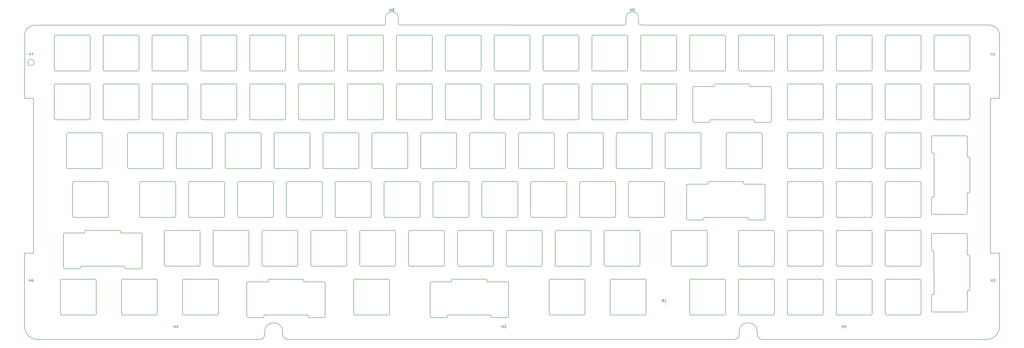
<source format=gbr>
G04 #@! TF.GenerationSoftware,KiCad,Pcbnew,(5.1.4)-1*
G04 #@! TF.CreationDate,2020-08-05T22:19:24-07:00*
G04 #@! TF.ProjectId,Plate,506c6174-652e-46b6-9963-61645f706362,rev?*
G04 #@! TF.SameCoordinates,Original*
G04 #@! TF.FileFunction,Legend,Top*
G04 #@! TF.FilePolarity,Positive*
%FSLAX46Y46*%
G04 Gerber Fmt 4.6, Leading zero omitted, Abs format (unit mm)*
G04 Created by KiCad (PCBNEW (5.1.4)-1) date 2020-08-05 22:19:24*
%MOMM*%
%LPD*%
G04 APERTURE LIST*
%ADD10C,0.200000*%
%ADD11C,0.120000*%
%ADD12C,0.150000*%
G04 APERTURE END LIST*
D10*
X256500000Y-62450000D02*
X256490223Y-60500010D01*
X256500000Y-62450000D02*
G75*
G02X255700000Y-63250000I-800000J0D01*
G01*
X162000000Y-63250000D02*
X26162000Y-63246000D01*
X162790259Y-60499847D02*
X162800000Y-62450000D01*
X162800000Y-62450000D02*
G75*
G02X162000000Y-63250000I-800000J0D01*
G01*
X167799999Y-60499999D02*
X167800000Y-62400000D01*
X255700000Y-63250000D02*
X168600000Y-63200000D01*
X168600000Y-63200000D02*
G75*
G02X167800000Y-62400000I0J800000D01*
G01*
X262300000Y-63200000D02*
X265429999Y-63218122D01*
X261499999Y-60499999D02*
X261500000Y-62400000D01*
X262300000Y-63200000D02*
G75*
G02X261500000Y-62400000I0J800000D01*
G01*
X256490223Y-60500010D02*
G75*
G02X261499999Y-60499999I2504888J2189D01*
G01*
X162790259Y-60499847D02*
G75*
G02X167799999Y-60499999I2504870J2026D01*
G01*
X402095110Y-91751363D02*
X402100000Y-67200000D01*
X398100000Y-63200000D02*
X265429999Y-63218122D01*
X398100000Y-63200000D02*
G75*
G02X402100000Y-67200000I0J-4000000D01*
G01*
X22162000Y-67246000D02*
X22145123Y-91753523D01*
X22162000Y-67246000D02*
G75*
G02X26162000Y-63246000I4000000J0D01*
G01*
X351970123Y-119222812D02*
X338970117Y-119222760D01*
X66220123Y-81122812D02*
X53220077Y-81122830D01*
X148470077Y-81122830D02*
X161470123Y-81122812D01*
X167520123Y-67122812D02*
X180520142Y-67122803D01*
X47670123Y-86672812D02*
X47670117Y-99672846D01*
X114345123Y-105722812D02*
X114345117Y-118722822D01*
X272295129Y-119222772D02*
X285295123Y-119222812D01*
X119895104Y-119222809D02*
X132895123Y-119222812D01*
X296107629Y-119222772D02*
X309107623Y-119222812D01*
X338970128Y-138272809D02*
X351970123Y-138272812D01*
X358020117Y-138272858D02*
X371020123Y-138272812D01*
X371520102Y-137772843D02*
G75*
G02X371020123Y-138272812I-499974J5D01*
G01*
X115713911Y-182897788D02*
G75*
G02X122713873Y-182897812I3499981J-12D01*
G01*
X115713869Y-182897810D02*
X115713869Y-183897812D01*
X122713876Y-182897810D02*
X122713876Y-183897812D01*
X115713874Y-183897821D02*
G75*
G02X113713873Y-185897812I-1999996J5D01*
G01*
X124713871Y-185897818D02*
G75*
G02X122713873Y-183897812I4J2000002D01*
G01*
X300670111Y-183897840D02*
G75*
G02X298670123Y-185897812I-1999980J8D01*
G01*
X300670115Y-182897810D02*
X300670115Y-183897812D01*
X300670135Y-182897788D02*
G75*
G02X307670123Y-182897812I3499994J-12D01*
G01*
X309670108Y-185897837D02*
G75*
G02X307670123Y-183897812I20J2000005D01*
G01*
X307670114Y-182897810D02*
X307670114Y-183897812D01*
X402095115Y-180897786D02*
G75*
G02X397095123Y-185897812I-5000009J-17D01*
G01*
X27145137Y-185897808D02*
G75*
G02X22145123Y-180897812I-9J5000005D01*
G01*
X124713871Y-185897818D02*
X298670123Y-185897812D01*
X397095123Y-185897812D02*
X309670108Y-185897837D01*
X27145137Y-185897808D02*
X113713873Y-185897812D01*
X352470114Y-137772795D02*
G75*
G02X351970123Y-138272812I-500004J-13D01*
G01*
X285795175Y-118721946D02*
G75*
G02X285295123Y-119222812I-500022J-843D01*
G01*
X163851380Y-162372821D02*
G75*
G02X164351373Y-162872812I1J-499992D01*
G01*
X108700876Y-163872812D02*
X108700876Y-176872809D01*
X150351373Y-162872810D02*
X150351373Y-175872814D01*
X150351364Y-162872805D02*
G75*
G02X150851373Y-162372812I500001J-8D01*
G01*
X115450882Y-176872825D02*
G75*
G02X114950873Y-177372812I-499998J11D01*
G01*
X133076873Y-177372786D02*
G75*
G02X132576873Y-176872812I-13J499987D01*
G01*
X139326875Y-176872809D02*
X139326875Y-163872812D01*
X117513870Y-176372815D02*
X130513874Y-176372815D01*
X109200870Y-177372810D02*
X114950870Y-177372810D01*
X138826875Y-163372816D02*
G75*
G02X139326873Y-163872812I1J-499997D01*
G01*
X164351371Y-175872814D02*
X164351371Y-162872810D01*
X109200866Y-177372809D02*
G75*
G02X108700873Y-176872812I2J499995D01*
G01*
X114950870Y-163372811D02*
X109200870Y-163372811D01*
X108700882Y-163872793D02*
G75*
G02X109200873Y-163372812I499986J-5D01*
G01*
X133076874Y-177372810D02*
X138826874Y-177372810D01*
X163851378Y-162372809D02*
X150851374Y-162372809D01*
X138826874Y-163372811D02*
X133076874Y-163372811D01*
X139326889Y-176872802D02*
G75*
G02X138826873Y-177372812I-500013J3D01*
G01*
X164351394Y-175872807D02*
G75*
G02X163851373Y-176372812I-500013J8D01*
G01*
X130513886Y-162372827D02*
G75*
G02X131013873Y-162872812I1J-499986D01*
G01*
X130513874Y-162372809D02*
X117513870Y-162372809D01*
X117013870Y-162872811D02*
G75*
G02X117513873Y-162372812I500001J-2D01*
G01*
X84176360Y-176372803D02*
G75*
G02X83676373Y-175872812I2J499989D01*
G01*
X59076374Y-143322814D02*
X46076373Y-143322814D01*
X45576366Y-143822801D02*
G75*
G02X46076373Y-143322812I499998J-9D01*
G01*
X77032623Y-157322813D02*
X90032623Y-157322813D01*
X61639373Y-158322815D02*
X67389374Y-158322815D01*
X95582614Y-143822799D02*
G75*
G02X96082623Y-143322812I499998J-11D01*
G01*
X61639353Y-158322820D02*
G75*
G02X61139373Y-157822812I14J499994D01*
G01*
X67389385Y-144322820D02*
G75*
G02X67889373Y-144822812I-2J-499990D01*
G01*
X357520163Y-124772812D02*
G75*
G02X358020123Y-124272812I499980J20D01*
G01*
X37263370Y-144822805D02*
G75*
G02X37763373Y-144322812I499998J-5D01*
G01*
X59076382Y-143322817D02*
G75*
G02X59576373Y-143822812I-2J-499993D01*
G01*
X37763373Y-158322815D02*
X43513373Y-158322815D01*
X95582624Y-143822815D02*
X95582624Y-156822812D01*
X371520129Y-137772810D02*
X371520129Y-124772813D01*
X351970134Y-124272812D02*
X338970122Y-124272812D01*
X90532624Y-156822812D02*
X90532624Y-143822815D01*
X338470129Y-124772813D02*
X338470129Y-137772810D01*
X76532619Y-143822804D02*
G75*
G02X77032623Y-143322812I499998J-6D01*
G01*
X67889369Y-157822836D02*
G75*
G02X67389373Y-158322812I-499986J10D01*
G01*
X37263373Y-144822810D02*
X37263373Y-157822814D01*
X43513373Y-144322809D02*
X37763373Y-144322809D01*
X76532622Y-143822815D02*
X76532622Y-156822812D01*
X358020117Y-138272858D02*
G75*
G02X357520123Y-137772812I26J500020D01*
G01*
X90032635Y-143322820D02*
G75*
G02X90532623Y-143822812I-2J-499990D01*
G01*
X371020148Y-124272797D02*
G75*
G02X371520123Y-124772812I-20J-499995D01*
G01*
X338970128Y-138272809D02*
G75*
G02X338470123Y-137772812I-4J500001D01*
G01*
X67389374Y-144322809D02*
X61639373Y-144322809D01*
X319920141Y-138272822D02*
G75*
G02X319420123Y-137772812I-4J500014D01*
G01*
X90532619Y-156822836D02*
G75*
G02X90032623Y-157322812I-499986J10D01*
G01*
X67889375Y-157822814D02*
X67889375Y-144822810D01*
X37763354Y-158322821D02*
G75*
G02X37263373Y-157822812I14J499995D01*
G01*
X352470127Y-137772810D02*
X352470127Y-124772813D01*
X357520131Y-124772813D02*
X357520131Y-137772810D01*
X77032603Y-157322820D02*
G75*
G02X76532623Y-156822812I14J499994D01*
G01*
X338470114Y-124772823D02*
G75*
G02X338970123Y-124272812I500010J1D01*
G01*
X351970100Y-124272809D02*
G75*
G02X352470123Y-124772812I10J-500013D01*
G01*
X319920120Y-138272811D02*
X332920132Y-138272811D01*
X371020136Y-124272812D02*
X358020124Y-124272812D01*
X333420126Y-137772807D02*
G75*
G02X332920123Y-138272812I-500004J-1D01*
G01*
X109082622Y-143322814D02*
X96082625Y-143322814D01*
X90032623Y-143322814D02*
X77032623Y-143322814D01*
X44013370Y-157822837D02*
G75*
G02X43513373Y-158322812I-499986J11D01*
G01*
X46076373Y-157322813D02*
X59076374Y-157322813D01*
X252745127Y-105722738D02*
G75*
G02X253245123Y-105222812I499961J-35D01*
G01*
X266245173Y-105222784D02*
G75*
G02X266745123Y-105722812I-39J-499989D01*
G01*
X247695139Y-118722844D02*
G75*
G02X247195123Y-119222812I-499992J24D01*
G01*
X233695139Y-105722750D02*
G75*
G02X234195123Y-105222812I499961J-23D01*
G01*
X228645151Y-118722856D02*
G75*
G02X228145123Y-119222812I-499992J36D01*
G01*
X209095164Y-105222775D02*
G75*
G02X209595123Y-105722812I-39J-499998D01*
G01*
X190545124Y-118722811D02*
X190545124Y-105722811D01*
X253245080Y-119222785D02*
G75*
G02X252745123Y-118722812I8J499965D01*
G01*
X247695116Y-118722811D02*
X247695116Y-105722811D01*
X295607614Y-105722787D02*
G75*
G02X296107623Y-105222812I499992J-17D01*
G01*
X266245124Y-105222810D02*
X253245128Y-105222810D01*
X247195186Y-105222797D02*
G75*
G02X247695123Y-105722812I-39J-499976D01*
G01*
X247195122Y-105222810D02*
X234195126Y-105222810D01*
X309107661Y-105222834D02*
G75*
G02X309607623Y-105722812I-8J-499970D01*
G01*
X215145123Y-119222812D02*
X228145120Y-119222812D01*
X295607624Y-105722811D02*
X295607624Y-118722811D01*
X309607675Y-118721946D02*
G75*
G02X309107623Y-119222812I-500022J-843D01*
G01*
X252745119Y-105722811D02*
X252745119Y-118722811D01*
X228145198Y-105222809D02*
G75*
G02X228645123Y-105722812I-39J-499964D01*
G01*
X209595126Y-118722811D02*
X209595126Y-105722811D01*
X272295129Y-119222772D02*
G75*
G02X271795123Y-118722812I-23J499983D01*
G01*
X285295161Y-105222834D02*
G75*
G02X285795123Y-105722812I-8J-499970D01*
G01*
X234195092Y-119222797D02*
G75*
G02X233695123Y-118722812I8J499977D01*
G01*
X215145104Y-119222809D02*
G75*
G02X214645123Y-118722812I8J499989D01*
G01*
X196095121Y-119222812D02*
X209095118Y-119222812D01*
X271795114Y-105722787D02*
G75*
G02X272295123Y-105222812I499992J-17D01*
G01*
X214645130Y-105722811D02*
X214645130Y-118722811D01*
X209095118Y-105222810D02*
X196095121Y-105222810D01*
X233695117Y-105722811D02*
X233695117Y-118722811D01*
X285295126Y-105222810D02*
X272295130Y-105222810D01*
X177045113Y-119222818D02*
G75*
G02X176545123Y-118722812I8J499998D01*
G01*
X209595117Y-118722822D02*
G75*
G02X209095123Y-119222812I-499992J2D01*
G01*
X309607622Y-118722811D02*
X309607622Y-105722811D01*
X266745118Y-118722811D02*
X266745118Y-105722811D01*
X214645151Y-105722762D02*
G75*
G02X215145123Y-105222812I499961J-11D01*
G01*
X271795121Y-105722811D02*
X271795121Y-118722811D01*
X196095101Y-119222806D02*
G75*
G02X195595123Y-118722812I8J499986D01*
G01*
X228645128Y-118722811D02*
X228645128Y-105722811D01*
X195595148Y-105722759D02*
G75*
G02X196095123Y-105222812I499961J-14D01*
G01*
X195595128Y-105722811D02*
X195595128Y-118722811D01*
X177045119Y-119222812D02*
X190045116Y-119222812D01*
X190545129Y-118722834D02*
G75*
G02X190045123Y-119222812I-499992J14D01*
G01*
X190045176Y-105222787D02*
G75*
G02X190545123Y-105722812I-39J-499986D01*
G01*
X190045116Y-105222810D02*
X177045119Y-105222810D01*
X176545160Y-105722771D02*
G75*
G02X177045123Y-105222812I499961J-2D01*
G01*
X176545126Y-105722811D02*
X176545126Y-118722811D01*
X157995110Y-119222815D02*
G75*
G02X157495123Y-118722812I8J499995D01*
G01*
X296107629Y-119222772D02*
G75*
G02X295607623Y-118722812I-23J499983D01*
G01*
X285795120Y-118722811D02*
X285795120Y-105722811D01*
X157995117Y-119222812D02*
X170995129Y-119222812D01*
X266745126Y-118722831D02*
G75*
G02X266245123Y-119222812I-499992J11D01*
G01*
X171495126Y-118722831D02*
G75*
G02X170995123Y-119222812I-499992J11D01*
G01*
X228145120Y-105222810D02*
X215145123Y-105222810D01*
X309107629Y-105222810D02*
X296107617Y-105222810D01*
X234195126Y-119222812D02*
X247195122Y-119222812D01*
X253245128Y-119222812D02*
X266245124Y-119222812D01*
X38932603Y-119222808D02*
G75*
G02X38432623Y-118722812I8J499988D01*
G01*
X38932623Y-119222812D02*
X51932623Y-119222812D01*
X52432634Y-118722839D02*
G75*
G02X51932623Y-119222812I-499992J19D01*
G01*
X138445122Y-105722811D02*
X138445122Y-118722811D01*
X113845164Y-105222775D02*
G75*
G02X114345123Y-105722812I-39J-499998D01*
G01*
X113845122Y-105222810D02*
X100845126Y-105222810D01*
X81795124Y-119222812D02*
X94795120Y-119222812D01*
X152445123Y-118722828D02*
G75*
G02X151945123Y-119222812I-499992J8D01*
G01*
X170995173Y-105222784D02*
G75*
G02X171495123Y-105722812I-39J-499989D01*
G01*
X157495157Y-105722768D02*
G75*
G02X157995123Y-105222812I499961J-5D01*
G01*
X151945127Y-105222810D02*
X138945123Y-105222810D01*
X152445120Y-118722811D02*
X152445120Y-105722811D01*
X114345117Y-118722822D02*
G75*
G02X113845123Y-119222812I-499992J2D01*
G01*
X151945170Y-105222781D02*
G75*
G02X152445123Y-105722812I-39J-499992D01*
G01*
X100345148Y-105722759D02*
G75*
G02X100845123Y-105222812I499961J-14D01*
G01*
X100345125Y-105722811D02*
X100345125Y-118722811D01*
X94795176Y-105222787D02*
G75*
G02X95295123Y-105722812I-39J-499986D01*
G01*
X62745122Y-119222812D02*
X75745122Y-119222812D01*
X75745181Y-105222792D02*
G75*
G02X76245123Y-105722812I-39J-499981D01*
G01*
X133395120Y-118722825D02*
G75*
G02X132895123Y-119222812I-499992J5D01*
G01*
X75745122Y-105222810D02*
X62745122Y-105222810D01*
X138945123Y-119222812D02*
X151945127Y-119222812D01*
X170995129Y-105222810D02*
X157995117Y-105222810D01*
X132895124Y-105222810D02*
X119895120Y-105222810D01*
X95295129Y-118722834D02*
G75*
G02X94795123Y-119222812I-499992J14D01*
G01*
X62245122Y-105722811D02*
X62245122Y-118722811D01*
X62245150Y-105722761D02*
G75*
G02X62745123Y-105222812I499961J-12D01*
G01*
X171495122Y-118722811D02*
X171495122Y-105722811D01*
X157495124Y-105722811D02*
X157495124Y-118722811D01*
X95295121Y-118722811D02*
X95295121Y-105722811D01*
X132895167Y-105222778D02*
G75*
G02X133395123Y-105722812I-39J-499995D01*
G01*
X76245134Y-118722839D02*
G75*
G02X75745123Y-119222812I-499992J19D01*
G01*
X81295123Y-105722811D02*
X81295123Y-118722811D01*
X138945107Y-119222812D02*
G75*
G02X138445123Y-118722812I8J499992D01*
G01*
X100845101Y-119222806D02*
G75*
G02X100345123Y-118722812I8J499986D01*
G01*
X119895104Y-119222809D02*
G75*
G02X119395123Y-118722812I8J499989D01*
G01*
X81795098Y-119222803D02*
G75*
G02X81295123Y-118722812I8J499983D01*
G01*
X94795120Y-105222810D02*
X81795124Y-105222810D01*
X62745103Y-119222808D02*
G75*
G02X62245123Y-118722812I8J499988D01*
G01*
X76245123Y-118722811D02*
X76245123Y-105722811D01*
X133395125Y-118722811D02*
X133395125Y-105722811D01*
X119395119Y-105722811D02*
X119395119Y-118722811D01*
X119395151Y-105722762D02*
G75*
G02X119895123Y-105222812I499961J-11D01*
G01*
X100845126Y-119222812D02*
X113845122Y-119222812D01*
X138445154Y-105722765D02*
G75*
G02X138945123Y-105222812I499961J-8D01*
G01*
X81295145Y-105722756D02*
G75*
G02X81795123Y-105222812I499961J-17D01*
G01*
X282532123Y-87672811D02*
X282532123Y-100672811D01*
X338970104Y-100172773D02*
G75*
G02X338470123Y-99672812I-10J499971D01*
G01*
X38432623Y-105722811D02*
X38432623Y-118722811D01*
X38432650Y-105722761D02*
G75*
G02X38932623Y-105222812I499961J-12D01*
G01*
X288782117Y-87172812D02*
X283032117Y-87172812D01*
X313158122Y-100672811D02*
X313158122Y-87672811D01*
X304345136Y-86172833D02*
G75*
G02X304845123Y-86672812I4J-499983D01*
G01*
X262770129Y-100172810D02*
X275770125Y-100172810D01*
X377070080Y-100172809D02*
G75*
G02X376570123Y-99672812I20J499977D01*
G01*
X319420127Y-86672811D02*
X319420127Y-99672813D01*
X351970134Y-86172812D02*
X338970122Y-86172812D01*
X376570126Y-86672763D02*
G75*
G02X377070123Y-86172812I499974J-23D01*
G01*
X371020136Y-86172812D02*
X358020124Y-86172812D01*
X357520138Y-86672775D02*
G75*
G02X358020123Y-86172812I499974J-11D01*
G01*
X282532102Y-87672799D02*
G75*
G02X283032123Y-87172812I500004J-17D01*
G01*
X312658185Y-87172822D02*
G75*
G02X313158123Y-87672812I-26J-499964D01*
G01*
X352470127Y-99672813D02*
X352470127Y-86672811D01*
X390070138Y-86172812D02*
X377070126Y-86172812D01*
X338470090Y-86672787D02*
G75*
G02X338970123Y-86172812I500004J-29D01*
G01*
X338970122Y-100172810D02*
X351970134Y-100172810D01*
X319920116Y-100172785D02*
G75*
G02X319420123Y-99672812I-10J499983D01*
G01*
X390070173Y-86172810D02*
G75*
G02X390570123Y-86672812I-26J-499976D01*
G01*
X377070126Y-100172810D02*
X390070138Y-100172810D01*
X390570127Y-99672856D02*
G75*
G02X390070123Y-100172812I-499980J24D01*
G01*
X371520139Y-99672868D02*
G75*
G02X371020123Y-100172812I-499980J36D01*
G01*
X319920120Y-100172810D02*
X332920132Y-100172810D01*
X338470129Y-86672811D02*
X338470129Y-99672813D01*
X333420125Y-99672813D02*
X333420125Y-86672811D01*
X306908093Y-101172822D02*
G75*
G02X306408123Y-100672812I20J499990D01*
G01*
X306908128Y-101172812D02*
X312658129Y-101172812D01*
X312658129Y-87172812D02*
X306908128Y-87172812D01*
X332920132Y-86172812D02*
X319920120Y-86172812D01*
X291345117Y-100172810D02*
X304345128Y-100172810D01*
X290845090Y-86672787D02*
G75*
G02X291345123Y-86172812I500004J-29D01*
G01*
X358020092Y-100172821D02*
G75*
G02X357520123Y-99672812I20J499989D01*
G01*
X376570133Y-86672811D02*
X376570133Y-99672813D01*
X51932623Y-105222810D02*
X38932623Y-105222810D01*
X52432624Y-118722811D02*
X52432624Y-105722811D01*
X51932681Y-105222792D02*
G75*
G02X52432623Y-105722812I-39J-499981D01*
G01*
X371520129Y-99672813D02*
X371520129Y-86672811D01*
X390570131Y-99672813D02*
X390570131Y-86672811D01*
X358020124Y-100172810D02*
X371020136Y-100172810D01*
X371020185Y-86172822D02*
G75*
G02X371520123Y-86672812I-26J-499964D01*
G01*
X352470150Y-99672819D02*
G75*
G02X351970123Y-100172812I-500010J17D01*
G01*
X332920149Y-86172846D02*
G75*
G02X333420123Y-86672812I4J-499970D01*
G01*
X319420102Y-86672799D02*
G75*
G02X319920123Y-86172812I500004J-17D01*
G01*
X289282162Y-100672831D02*
G75*
G02X288782123Y-101172812I-500010J29D01*
G01*
X304345128Y-86172812D02*
X291345117Y-86172812D01*
X262770092Y-100172821D02*
G75*
G02X262270123Y-99672812I20J499989D01*
G01*
X276270139Y-99672868D02*
G75*
G02X275770123Y-100172812I-499980J36D01*
G01*
X276270119Y-99672813D02*
X276270119Y-86672811D01*
X275770185Y-86172822D02*
G75*
G02X276270123Y-86672812I-26J-499964D01*
G01*
X275770125Y-86172812D02*
X262770129Y-86172812D01*
X262270138Y-86672775D02*
G75*
G02X262770123Y-86172812I499974J-11D01*
G01*
X262270120Y-86672811D02*
X262270120Y-99672813D01*
X357520131Y-86672811D02*
X357520131Y-99672813D01*
X333420163Y-99672832D02*
G75*
G02X332920123Y-100172812I-500010J30D01*
G01*
X243720127Y-100172810D02*
X256720123Y-100172810D01*
X283032117Y-101172812D02*
X288782117Y-101172812D01*
X243720104Y-100172773D02*
G75*
G02X243220123Y-99672812I-10J499971D01*
G01*
X257220150Y-99672819D02*
G75*
G02X256720123Y-100172812I-500010J17D01*
G01*
X351970136Y-86172833D02*
G75*
G02X352470123Y-86672812I4J-499983D01*
G01*
X313158139Y-100672868D02*
G75*
G02X312658123Y-101172812I-499980J36D01*
G01*
X283032116Y-101172785D02*
G75*
G02X282532123Y-100672812I-10J499983D01*
G01*
X205620122Y-100172810D02*
X218620119Y-100172810D01*
X257220117Y-99672813D02*
X257220117Y-86672811D01*
X186070127Y-86672811D02*
X186070127Y-99672813D01*
X181020108Y-99672837D02*
G75*
G02X180520123Y-100172812I-499980J5D01*
G01*
X199570117Y-86172812D02*
X186570120Y-86172812D01*
X238170163Y-99672832D02*
G75*
G02X237670123Y-100172812I-500010J30D01*
G01*
X147970135Y-86672772D02*
G75*
G02X148470123Y-86172812I499974J-14D01*
G01*
X205120144Y-86672781D02*
G75*
G02X205620123Y-86172812I499974J-5D01*
G01*
X167020138Y-86672775D02*
G75*
G02X167520123Y-86172812I499974J-11D01*
G01*
X243220118Y-86672811D02*
X243220118Y-99672813D01*
X218620130Y-86172827D02*
G75*
G02X219120123Y-86672812I4J-499989D01*
G01*
X205120129Y-86672811D02*
X205120129Y-99672813D01*
X142920117Y-99672846D02*
G75*
G02X142420123Y-100172812I-499980J14D01*
G01*
X180520130Y-86172812D02*
X167520118Y-86172812D01*
X219120144Y-99672813D02*
G75*
G02X218620123Y-100172812I-500010J11D01*
G01*
X218620119Y-86172812D02*
X205620122Y-86172812D01*
X199570157Y-86172794D02*
G75*
G02X200070123Y-86672812I-26J-499992D01*
G01*
X129420101Y-100172830D02*
G75*
G02X128920123Y-99672812I20J499998D01*
G01*
X142920126Y-99672813D02*
X142920126Y-86672811D01*
X224670116Y-100172785D02*
G75*
G02X224170123Y-99672812I-10J499983D01*
G01*
X186570095Y-100172824D02*
G75*
G02X186070123Y-99672812I20J499992D01*
G01*
X129420121Y-100172810D02*
X142420125Y-100172810D01*
X237670149Y-86172846D02*
G75*
G02X238170123Y-86672812I4J-499970D01*
G01*
X128920120Y-86672811D02*
X128920120Y-99672813D01*
X110370127Y-100172810D02*
X123370123Y-100172810D01*
X224170116Y-86672811D02*
X224170116Y-99672813D01*
X123870114Y-99672843D02*
G75*
G02X123370123Y-100172812I-499980J11D01*
G01*
X161470151Y-86172788D02*
G75*
G02X161970123Y-86672812I-26J-499998D01*
G01*
X123370160Y-86172797D02*
G75*
G02X123870123Y-86672812I-26J-499989D01*
G01*
X256720136Y-86172833D02*
G75*
G02X257220123Y-86672812I4J-499983D01*
G01*
X128920147Y-86672784D02*
G75*
G02X129420123Y-86172812I499974J-2D01*
G01*
X205620098Y-100172827D02*
G75*
G02X205120123Y-99672812I20J499995D01*
G01*
X167520118Y-100172810D02*
X180520130Y-100172810D01*
X237670121Y-86172812D02*
X224670125Y-86172812D01*
X200070125Y-99672813D02*
X200070125Y-86672811D01*
X161470128Y-86172812D02*
X148470124Y-86172812D01*
X142420163Y-86172800D02*
G75*
G02X142920123Y-86672812I-26J-499986D01*
G01*
X200070111Y-99672840D02*
G75*
G02X199570123Y-100172812I-499980J8D01*
G01*
X110370098Y-100172827D02*
G75*
G02X109870123Y-99672812I20J499995D01*
G01*
X123870124Y-99672813D02*
X123870124Y-86672811D01*
X123370123Y-86172812D02*
X110370127Y-86172812D01*
X238170130Y-99672813D02*
X238170130Y-86672811D01*
X186070141Y-86672778D02*
G75*
G02X186570123Y-86172812I499974J-8D01*
G01*
X161970105Y-99672834D02*
G75*
G02X161470123Y-100172812I-499980J2D01*
G01*
X142420125Y-86172812D02*
X129420121Y-86172812D01*
X109870144Y-86672781D02*
G75*
G02X110370123Y-86172812I499974J-5D01*
G01*
X109870126Y-86672811D02*
X109870126Y-99672813D01*
X91320095Y-100172824D02*
G75*
G02X90820123Y-99672812I20J499992D01*
G01*
X91320125Y-100172810D02*
X104320121Y-100172810D01*
X224670125Y-100172810D02*
X237670121Y-100172810D01*
X104820111Y-99672840D02*
G75*
G02X104320123Y-100172812I-499980J8D01*
G01*
X104820122Y-99672813D02*
X104820122Y-86672811D01*
X256720123Y-86172812D02*
X243720127Y-86172812D01*
X186570120Y-100172810D02*
X199570117Y-100172810D01*
X180520154Y-86172791D02*
G75*
G02X181020123Y-86672812I-26J-499995D01*
G01*
X167020125Y-86672811D02*
X167020125Y-99672813D01*
X148470124Y-100172810D02*
X161470128Y-100172810D01*
X161970121Y-99672813D02*
X161970121Y-86672811D01*
X243220090Y-86672787D02*
G75*
G02X243720123Y-86172812I500004J-29D01*
G01*
X167520092Y-100172821D02*
G75*
G02X167020123Y-99672812I20J499989D01*
G01*
X224170102Y-86672799D02*
G75*
G02X224670123Y-86172812I500004J-17D01*
G01*
X148470089Y-100172818D02*
G75*
G02X147970123Y-99672812I20J499986D01*
G01*
X181020123Y-99672813D02*
X181020123Y-86672811D01*
X219120127Y-99672813D02*
X219120127Y-86672811D01*
X85270162Y-86172799D02*
G75*
G02X85770123Y-86672812I-26J-499987D01*
G01*
X357520126Y-67622787D02*
G75*
G02X358020123Y-67122812I499986J-11D01*
G01*
X52720135Y-86672772D02*
G75*
G02X53220123Y-86172812I499974J-14D01*
G01*
X390070161Y-67122822D02*
G75*
G02X390570123Y-67622812I-14J-499976D01*
G01*
X71770122Y-86672811D02*
X71770122Y-99672813D01*
X333420125Y-80622811D02*
X333420125Y-67622812D01*
X104320157Y-86172794D02*
G75*
G02X104820123Y-86672812I-26J-499992D01*
G01*
X71770131Y-86672768D02*
G75*
G02X72270123Y-86172812I499974J-18D01*
G01*
X376570133Y-67622812D02*
X376570133Y-80622811D01*
X352470127Y-80622811D02*
X352470127Y-67622812D01*
X66720120Y-99672849D02*
G75*
G02X66220123Y-100172812I-499980J17D01*
G01*
X319920120Y-81122812D02*
X332920132Y-81122812D01*
X34170086Y-100172815D02*
G75*
G02X33670123Y-99672812I20J499983D01*
G01*
X390570115Y-80622868D02*
G75*
G02X390070123Y-81122812I-499968J24D01*
G01*
X47170163Y-86172800D02*
G75*
G02X47670123Y-86672812I-26J-499986D01*
G01*
X377070068Y-81122821D02*
G75*
G02X376570123Y-80622812I32J499977D01*
G01*
X351970134Y-67122812D02*
X338970122Y-67122812D01*
X338470078Y-67622799D02*
G75*
G02X338970123Y-67122812I500016J-29D01*
G01*
X371520129Y-80622811D02*
X371520129Y-67622812D01*
X72270085Y-100172814D02*
G75*
G02X71770123Y-99672812I20J499982D01*
G01*
X319420090Y-67622811D02*
G75*
G02X319920123Y-67122812I500016J-17D01*
G01*
X90820124Y-86672811D02*
X90820124Y-99672813D01*
X53220122Y-100172810D02*
X66220125Y-100172810D01*
X358020080Y-81122833D02*
G75*
G02X357520123Y-80622812I32J499989D01*
G01*
X332920137Y-67122858D02*
G75*
G02X333420123Y-67622812I16J-499970D01*
G01*
X300870056Y-81122809D02*
G75*
G02X300370123Y-80622812I32J499965D01*
G01*
X104320121Y-86172812D02*
X91320125Y-86172812D01*
X85770124Y-99672813D02*
X85770124Y-86672811D01*
X90820141Y-86672778D02*
G75*
G02X91320123Y-86172812I499974J-8D01*
G01*
X53220089Y-100172818D02*
G75*
G02X52720123Y-99672812I20J499986D01*
G01*
X66720122Y-99672813D02*
X66720122Y-86672811D01*
X34170123Y-100172810D02*
X47170122Y-100172810D01*
X371520127Y-80622880D02*
G75*
G02X371020123Y-81122812I-499968J36D01*
G01*
X66220166Y-86172803D02*
G75*
G02X66720123Y-86672812I-26J-499983D01*
G01*
X33670132Y-86672769D02*
G75*
G02X34170123Y-86172812I499974J-17D01*
G01*
X377070126Y-81122812D02*
X390070138Y-81122812D01*
X371020173Y-67122834D02*
G75*
G02X371520123Y-67622812I-14J-499964D01*
G01*
X358020124Y-81122812D02*
X371020136Y-81122812D01*
X85270123Y-86172812D02*
X72270123Y-86172812D01*
X390570131Y-80622811D02*
X390570131Y-67622812D01*
X338970092Y-81122785D02*
G75*
G02X338470123Y-80622812I2J499971D01*
G01*
X338970122Y-81122812D02*
X351970134Y-81122812D01*
X352470138Y-80622831D02*
G75*
G02X351970123Y-81122812I-499998J17D01*
G01*
X351970124Y-67122845D02*
G75*
G02X352470123Y-67622812I16J-499983D01*
G01*
X338470129Y-67622812D02*
X338470129Y-80622811D01*
X333420151Y-80622844D02*
G75*
G02X332920123Y-81122812I-499998J30D01*
G01*
X319420127Y-67622812D02*
X319420127Y-80622811D01*
X300870118Y-81122812D02*
X313870129Y-81122812D01*
X314370102Y-80622855D02*
G75*
G02X313870123Y-81122812I-499968J11D01*
G01*
X314370123Y-80622811D02*
X314370123Y-67622812D01*
X47170122Y-86172812D02*
X34170123Y-86172812D01*
X85770116Y-99672845D02*
G75*
G02X85270123Y-100172812I-499980J13D01*
G01*
X313870148Y-67122809D02*
G75*
G02X314370123Y-67622812I-14J-499989D01*
G01*
X390070138Y-67122812D02*
X377070126Y-67122812D01*
X72270123Y-100172810D02*
X85270123Y-100172810D01*
X313870129Y-67122812D02*
X300870118Y-67122812D01*
X371020136Y-67122812D02*
X358020124Y-67122812D01*
X319920104Y-81122797D02*
G75*
G02X319420123Y-80622812I2J499983D01*
G01*
X332920132Y-67122812D02*
X319920120Y-67122812D01*
X376570114Y-67622775D02*
G75*
G02X377070123Y-67122812I499986J-23D01*
G01*
X47670117Y-99672846D02*
G75*
G02X47170123Y-100172812I-499980J14D01*
G01*
X357520131Y-67622812D02*
X357520131Y-80622811D01*
X66220125Y-86172812D02*
X53220122Y-86172812D01*
X281820068Y-81122821D02*
G75*
G02X281320123Y-80622812I32J499977D01*
G01*
X186570120Y-81122812D02*
X199570117Y-81122812D01*
X276270127Y-80622880D02*
G75*
G02X275770123Y-81122812I-499968J36D01*
G01*
X243220078Y-67622799D02*
G75*
G02X243720123Y-67122812I500016J-29D01*
G01*
X295320121Y-80622811D02*
X295320121Y-67622812D01*
X224670125Y-81122812D02*
X237670121Y-81122812D01*
X295320115Y-80622868D02*
G75*
G02X294820123Y-81122812I-499968J24D01*
G01*
X262270126Y-67622787D02*
G75*
G02X262770123Y-67122812I499986J-11D01*
G01*
X167520080Y-81122833D02*
G75*
G02X167020123Y-80622812I32J499989D01*
G01*
X186070127Y-67622812D02*
X186070127Y-80622811D01*
X281320114Y-67622775D02*
G75*
G02X281820123Y-67122812I499986J-23D01*
G01*
X167520118Y-81122812D02*
X180520130Y-81122812D01*
X276270119Y-80622811D02*
X276270119Y-67622812D01*
X256720124Y-67122845D02*
G75*
G02X257220123Y-67622812I16J-499983D01*
G01*
X262270120Y-67622812D02*
X262270120Y-80622811D01*
X257220138Y-80622831D02*
G75*
G02X256720123Y-81122812I-499998J17D01*
G01*
X180520142Y-67122803D02*
G75*
G02X181020123Y-67622812I-14J-499995D01*
G01*
X167020125Y-67622812D02*
X167020125Y-80622811D01*
X237670121Y-67122812D02*
X224670125Y-67122812D01*
X205620122Y-81122812D02*
X218620119Y-81122812D01*
X294820127Y-67122812D02*
X281820116Y-67122812D01*
X238170151Y-80622844D02*
G75*
G02X237670123Y-81122812I-499998J30D01*
G01*
X186570083Y-81122836D02*
G75*
G02X186070123Y-80622812I32J499992D01*
G01*
X161970093Y-80622846D02*
G75*
G02X161470123Y-81122812I-499968J2D01*
G01*
X200070099Y-80622852D02*
G75*
G02X199570123Y-81122812I-499968J8D01*
G01*
X294820161Y-67122822D02*
G75*
G02X295320123Y-67622812I-14J-499976D01*
G01*
X300370124Y-67622812D02*
X300370124Y-80622811D01*
X281320122Y-67622812D02*
X281320122Y-80622811D01*
X205120132Y-67622793D02*
G75*
G02X205620123Y-67122812I499986J-5D01*
G01*
X275770173Y-67122834D02*
G75*
G02X276270123Y-67622812I-14J-499964D01*
G01*
X237670137Y-67122858D02*
G75*
G02X238170123Y-67622812I16J-499970D01*
G01*
X218620118Y-67122839D02*
G75*
G02X219120123Y-67622812I16J-499989D01*
G01*
X262770080Y-81122833D02*
G75*
G02X262270123Y-80622812I32J499989D01*
G01*
X243720127Y-81122812D02*
X256720123Y-81122812D01*
X257220117Y-80622811D02*
X257220117Y-67622812D01*
X224170090Y-67622811D02*
G75*
G02X224670123Y-67122812I500016J-17D01*
G01*
X238170130Y-80622811D02*
X238170130Y-67622812D01*
X281820116Y-81122812D02*
X294820127Y-81122812D01*
X256720123Y-67122812D02*
X243720127Y-67122812D01*
X219120127Y-80622811D02*
X219120127Y-67622812D01*
X205120129Y-67622812D02*
X205120129Y-80622811D01*
X200070125Y-80622811D02*
X200070125Y-67622812D01*
X218620119Y-67122812D02*
X205620122Y-67122812D01*
X205620086Y-81122839D02*
G75*
G02X205120123Y-80622812I32J499995D01*
G01*
X199570145Y-67122806D02*
G75*
G02X200070123Y-67622812I-14J-499992D01*
G01*
X199570117Y-67122812D02*
X186570120Y-67122812D01*
X186070129Y-67622790D02*
G75*
G02X186570123Y-67122812I499986J-8D01*
G01*
X181020096Y-80622849D02*
G75*
G02X180520123Y-81122812I-499968J5D01*
G01*
X181020123Y-80622811D02*
X181020123Y-67622812D01*
X243720092Y-81122785D02*
G75*
G02X243220123Y-80622812I2J499971D01*
G01*
X300370102Y-67622763D02*
G75*
G02X300870123Y-67122812I499986J-35D01*
G01*
X167020126Y-67622787D02*
G75*
G02X167520123Y-67122812I499986J-11D01*
G01*
X243220118Y-67622812D02*
X243220118Y-80622811D01*
X148470077Y-81122830D02*
G75*
G02X147970123Y-80622812I32J499986D01*
G01*
X161970121Y-80622811D02*
X161970121Y-67622812D01*
X224170116Y-67622812D02*
X224170116Y-80622811D01*
X161470139Y-67122800D02*
G75*
G02X161970123Y-67622812I-14J-499998D01*
G01*
X161470128Y-67122812D02*
X148470124Y-67122812D01*
X224670104Y-81122797D02*
G75*
G02X224170123Y-80622812I2J499983D01*
G01*
X275770125Y-67122812D02*
X262770129Y-67122812D01*
X219120132Y-80622825D02*
G75*
G02X218620123Y-81122812I-499998J11D01*
G01*
X262770129Y-81122812D02*
X275770125Y-81122812D01*
X142420151Y-67122812D02*
G75*
G02X142920123Y-67622812I-14J-499986D01*
G01*
X128920135Y-67622796D02*
G75*
G02X129420123Y-67122812I499986J-2D01*
G01*
X91320125Y-81122812D02*
X104320121Y-81122812D01*
X104820099Y-80622852D02*
G75*
G02X104320123Y-81122812I-499968J8D01*
G01*
X90820129Y-67622790D02*
G75*
G02X91320123Y-67122812I499986J-8D01*
G01*
X147970123Y-67622812D02*
X147970123Y-80622811D01*
X142920105Y-80622858D02*
G75*
G02X142420123Y-81122812I-499968J14D01*
G01*
X104820122Y-80622811D02*
X104820122Y-67622812D01*
X72270123Y-81122812D02*
X85270123Y-81122812D01*
X129420089Y-81122842D02*
G75*
G02X128920123Y-80622812I32J499998D01*
G01*
X109870126Y-67622812D02*
X109870126Y-80622811D01*
X129420121Y-81122812D02*
X142420125Y-81122812D01*
X104320145Y-67122806D02*
G75*
G02X104820123Y-67622812I-14J-499992D01*
G01*
X71770119Y-67622780D02*
G75*
G02X72270123Y-67122812I499986J-18D01*
G01*
X66220125Y-67122812D02*
X53220122Y-67122812D01*
X34170123Y-81122812D02*
X47170122Y-81122812D01*
X128920120Y-67622812D02*
X128920120Y-80622811D01*
X66720108Y-80622861D02*
G75*
G02X66220123Y-81122812I-499968J17D01*
G01*
X147970123Y-67622784D02*
G75*
G02X148470123Y-67122812I499986J-14D01*
G01*
X123870102Y-80622855D02*
G75*
G02X123370123Y-81122812I-499968J11D01*
G01*
X66220154Y-67122815D02*
G75*
G02X66720123Y-67622812I-14J-499983D01*
G01*
X90820124Y-67622812D02*
X90820124Y-80622811D01*
X47170151Y-67122812D02*
G75*
G02X47670123Y-67622812I-14J-499986D01*
G01*
X66720122Y-80622811D02*
X66720122Y-67622812D01*
X33670123Y-67622812D02*
X33670123Y-80622811D01*
X91320083Y-81122836D02*
G75*
G02X90820123Y-80622812I32J499992D01*
G01*
X72270073Y-81122826D02*
G75*
G02X71770123Y-80622812I32J499982D01*
G01*
X52720123Y-67622812D02*
X52720123Y-80622811D01*
X47670105Y-80622858D02*
G75*
G02X47170123Y-81122812I-499968J14D01*
G01*
X110370127Y-81122812D02*
X123370123Y-81122812D01*
X71770122Y-67622812D02*
X71770122Y-80622811D01*
X85270150Y-67122811D02*
G75*
G02X85770123Y-67622812I-14J-499987D01*
G01*
X123370123Y-67122812D02*
X110370127Y-67122812D01*
X104320121Y-67122812D02*
X91320125Y-67122812D01*
X142420125Y-67122812D02*
X129420121Y-67122812D01*
X85770104Y-80622857D02*
G75*
G02X85270123Y-81122812I-499968J13D01*
G01*
X85270123Y-67122812D02*
X72270123Y-67122812D01*
X53220077Y-81122830D02*
G75*
G02X52720123Y-80622812I32J499986D01*
G01*
X52720123Y-67622784D02*
G75*
G02X53220123Y-67122812I499986J-14D01*
G01*
X110370086Y-81122839D02*
G75*
G02X109870123Y-80622812I32J499995D01*
G01*
X123370148Y-67122809D02*
G75*
G02X123870123Y-67622812I-14J-499989D01*
G01*
X123870124Y-80622811D02*
X123870124Y-67622812D01*
X109870132Y-67622793D02*
G75*
G02X110370123Y-67122812I499986J-5D01*
G01*
X34170074Y-81122827D02*
G75*
G02X33670123Y-80622812I32J499983D01*
G01*
X142920126Y-80622811D02*
X142920126Y-67622812D01*
X33670120Y-67622781D02*
G75*
G02X34170123Y-67122812I499986J-17D01*
G01*
X47170122Y-67122812D02*
X34170123Y-67122812D01*
X85770124Y-80622811D02*
X85770124Y-67622812D01*
X47670123Y-80622811D02*
X47670123Y-67622812D01*
X271007636Y-124272785D02*
G75*
G02X271507623Y-124772812I-20J-500007D01*
G01*
X271007625Y-124272812D02*
X258007628Y-124272812D01*
X286900840Y-138772831D02*
G75*
G02X286400873Y-139272812I-499974J-7D01*
G01*
X219907624Y-138272811D02*
X232907621Y-138272811D01*
X280650854Y-139272845D02*
G75*
G02X280150873Y-138772812I26J500007D01*
G01*
X258007628Y-138272811D02*
X271007625Y-138272811D01*
X219407614Y-124772823D02*
G75*
G02X219907623Y-124272812I500010J1D01*
G01*
X238957626Y-138272811D02*
X251957623Y-138272811D01*
X310776887Y-138772812D02*
X310776887Y-125772812D01*
X232907600Y-124272809D02*
G75*
G02X233407623Y-124772812I10J-500013D01*
G01*
X238457618Y-124772813D02*
X238457618Y-137772810D01*
X214357627Y-137772810D02*
X214357627Y-124772813D01*
X200357627Y-124772836D02*
G75*
G02X200857623Y-124272812I500010J14D01*
G01*
X310776877Y-138772808D02*
G75*
G02X310276873Y-139272812I-500004J0D01*
G01*
X181807638Y-138272819D02*
G75*
G02X181307623Y-137772812I-4J500011D01*
G01*
X252457616Y-137772810D02*
X252457616Y-124772813D01*
X319420127Y-124772813D02*
X319420127Y-137772810D01*
X271507590Y-137772831D02*
G75*
G02X271007623Y-138272812I-499974J-7D01*
G01*
X251957648Y-124272797D02*
G75*
G02X252457623Y-124772812I-20J-499995D01*
G01*
X271507618Y-137772810D02*
X271507618Y-124772813D01*
X333420125Y-137772810D02*
X333420125Y-124772813D01*
X214357626Y-137772807D02*
G75*
G02X213857623Y-138272812I-500004J-1D01*
G01*
X200857622Y-138272811D02*
X213857618Y-138272811D01*
X181807620Y-138272811D02*
X194807616Y-138272811D01*
X195307625Y-137772810D02*
X195307625Y-124772813D01*
X233407614Y-137772795D02*
G75*
G02X232907623Y-138272812I-500004J-13D01*
G01*
X194807609Y-124272818D02*
G75*
G02X195307623Y-124772812I10J-500004D01*
G01*
X288463888Y-124772787D02*
G75*
G02X288963873Y-124272812I499980J-5D01*
G01*
X219407630Y-124772813D02*
X219407630Y-137772810D01*
X252457602Y-137772843D02*
G75*
G02X251957623Y-138272812I-499974J5D01*
G01*
X238957617Y-138272858D02*
G75*
G02X238457623Y-137772812I26J500020D01*
G01*
X200857641Y-138272822D02*
G75*
G02X200357623Y-137772812I-4J500014D01*
G01*
X280150900Y-125772799D02*
G75*
G02X280650873Y-125272812I499980J7D01*
G01*
X319420127Y-124772836D02*
G75*
G02X319920123Y-124272812I500010J14D01*
G01*
X258007605Y-138272846D02*
G75*
G02X257507623Y-137772812I26J500008D01*
G01*
X257507651Y-124772800D02*
G75*
G02X258007623Y-124272812I499980J8D01*
G01*
X251957623Y-124272812D02*
X238957626Y-124272812D01*
X332920132Y-124272812D02*
X319920120Y-124272812D01*
X213857618Y-124272812D02*
X200857622Y-124272812D01*
X200357628Y-124772813D02*
X200357628Y-137772810D01*
X195307623Y-137772804D02*
G75*
G02X194807623Y-138272812I-500004J-4D01*
G01*
X280650866Y-139272813D02*
X286400882Y-139272813D01*
X301963874Y-124272773D02*
G75*
G02X302463873Y-124772812I-20J-500019D01*
G01*
X257507620Y-124772813D02*
X257507620Y-137772810D01*
X232907621Y-124272812D02*
X219907624Y-124272812D01*
X219907628Y-138272809D02*
G75*
G02X219407623Y-137772812I-4J500001D01*
G01*
X194807616Y-124272812D02*
X181807620Y-124272812D01*
X181307624Y-124772833D02*
G75*
G02X181807623Y-124272812I500010J11D01*
G01*
X181307626Y-124772813D02*
X181307626Y-137772810D01*
X162757635Y-138272816D02*
G75*
G02X162257623Y-137772812I-4J500008D01*
G01*
X162757618Y-138272811D02*
X175757629Y-138272811D01*
X176257620Y-137772801D02*
G75*
G02X175757623Y-138272812I-500004J-7D01*
G01*
X304526863Y-139272813D02*
X310276863Y-139272813D01*
X332920112Y-124272821D02*
G75*
G02X333420123Y-124772812I10J-500001D01*
G01*
X213857612Y-124272821D02*
G75*
G02X214357623Y-124772812I10J-500001D01*
G01*
X310276863Y-125272822D02*
G75*
G02X310776873Y-125772812I10J-500000D01*
G01*
X288963882Y-138272811D02*
X301963863Y-138272811D01*
X301963863Y-124272812D02*
X288963882Y-124272812D01*
X286400882Y-125272811D02*
X280650866Y-125272811D01*
X310276863Y-125272811D02*
X304526863Y-125272811D01*
X238457663Y-124772812D02*
G75*
G02X238957623Y-124272812I499980J20D01*
G01*
X233407629Y-137772810D02*
X233407629Y-124772813D01*
X304526891Y-139272822D02*
G75*
G02X304026873Y-138772812I-4J500014D01*
G01*
X280150873Y-125772812D02*
X280150873Y-138772812D01*
X156707603Y-124272812D02*
G75*
G02X157207623Y-124772812I10J-500010D01*
G01*
X105607641Y-138272822D02*
G75*
G02X105107623Y-137772812I-4J500014D01*
G01*
X119107626Y-137772807D02*
G75*
G02X118607623Y-138272812I-500004J-1D01*
G01*
X175757606Y-124272815D02*
G75*
G02X176257623Y-124772812I10J-500007D01*
G01*
X143207622Y-124772813D02*
X143207622Y-137772810D01*
X119107624Y-137772810D02*
X119107624Y-124772813D01*
X175757629Y-124272812D02*
X162757618Y-124272812D01*
X143707631Y-138272812D02*
G75*
G02X143207623Y-137772812I-4J500004D01*
G01*
X157207617Y-137772798D02*
G75*
G02X156707623Y-138272812I-500004J-10D01*
G01*
X138157626Y-137772810D02*
X138157626Y-124772813D01*
X124157620Y-124772813D02*
X124157620Y-137772810D01*
X124657628Y-138272809D02*
G75*
G02X124157623Y-137772812I-4J500001D01*
G01*
X118607612Y-124272821D02*
G75*
G02X119107623Y-124772812I10J-500001D01*
G01*
X118607623Y-124272812D02*
X105607626Y-124272812D01*
X105107627Y-124772836D02*
G75*
G02X105607623Y-124272812I500010J14D01*
G01*
X162257624Y-124772813D02*
X162257624Y-137772810D01*
X143707623Y-138272811D02*
X156707627Y-138272811D01*
X157207621Y-137772810D02*
X157207621Y-124772813D01*
X124657621Y-138272811D02*
X137657625Y-138272811D01*
X138157614Y-137772795D02*
G75*
G02X137657623Y-138272812I-500004J-13D01*
G01*
X137657600Y-124272809D02*
G75*
G02X138157623Y-124772812I10J-500013D01*
G01*
X124157614Y-124772823D02*
G75*
G02X124657623Y-124272812I500010J1D01*
G01*
X162257621Y-124772830D02*
G75*
G02X162757623Y-124272812I500010J8D01*
G01*
X105607626Y-138272811D02*
X118607623Y-138272811D01*
X156707627Y-124272812D02*
X143707623Y-124272812D01*
X137657625Y-124272812D02*
X124657621Y-124272812D01*
X176257623Y-137772810D02*
X176257623Y-124772813D01*
X143207617Y-124772826D02*
G75*
G02X143707623Y-124272812I500010J4D01*
G01*
X84176374Y-176372815D02*
X97176370Y-176372815D01*
X59863876Y-162872787D02*
G75*
G02X60363873Y-162372812I499986J-11D01*
G01*
X49551392Y-162372803D02*
G75*
G02X50051373Y-162872812I-14J-499995D01*
G01*
X97176392Y-162372803D02*
G75*
G02X97676373Y-162872812I-14J-499995D01*
G01*
X49551373Y-162372809D02*
X36551373Y-162372809D01*
X50051374Y-175872814D02*
X50051374Y-162872810D01*
X36051376Y-162872787D02*
G75*
G02X36551373Y-162372812I499986J-11D01*
G01*
X375570112Y-145034777D02*
G75*
G02X376070123Y-144534812I499988J-23D01*
G01*
X60363873Y-176372815D02*
X73363872Y-176372815D01*
X97176370Y-162372809D02*
X84176374Y-162372809D01*
X73363872Y-162372809D02*
X60363873Y-162372809D01*
X375570116Y-145034809D02*
X375570116Y-150784809D01*
X60363860Y-176372803D02*
G75*
G02X59863873Y-175872812I2J499989D01*
G01*
X73863876Y-175872819D02*
G75*
G02X73363873Y-176372812I-499998J5D01*
G01*
X83676376Y-162872787D02*
G75*
G02X84176373Y-162372812I499986J-11D01*
G01*
X36551360Y-176372803D02*
G75*
G02X36051373Y-175872812I2J499989D01*
G01*
X59863874Y-162872810D02*
X59863874Y-175872814D01*
X73363892Y-162372803D02*
G75*
G02X73863873Y-162872812I-14J-499995D01*
G01*
X36551373Y-176372815D02*
X49551373Y-176372815D01*
X50051376Y-175872819D02*
G75*
G02X49551373Y-176372812I-499998J5D01*
G01*
X97676376Y-175872819D02*
G75*
G02X97176373Y-176372812I-499998J5D01*
G01*
X73863873Y-175872814D02*
X73863873Y-162872810D01*
X97676371Y-175872814D02*
X97676371Y-162872810D01*
X371020136Y-105222810D02*
X358020124Y-105222810D01*
X357520151Y-105722762D02*
G75*
G02X358020123Y-105222812I499961J-11D01*
G01*
X80507614Y-124272823D02*
G75*
G02X81007623Y-124772812I10J-499999D01*
G01*
X81007628Y-137772809D02*
G75*
G02X80507623Y-138272812I-500004J1D01*
G01*
X99557621Y-124272812D02*
X86557624Y-124272812D01*
X86057616Y-124772825D02*
G75*
G02X86557623Y-124272812I500010J3D01*
G01*
X67007613Y-124772822D02*
G75*
G02X67507623Y-124272812I500010J0D01*
G01*
X99557609Y-124272818D02*
G75*
G02X100057623Y-124772812I10J-500004D01*
G01*
X67507622Y-138272811D02*
X80507622Y-138272811D01*
X54313858Y-124272817D02*
G75*
G02X54813873Y-124772812I10J-500005D01*
G01*
X40813872Y-124772831D02*
G75*
G02X41313873Y-124272812I500010J9D01*
G01*
X40813873Y-124772813D02*
X40813873Y-137772810D01*
X375570164Y-106934787D02*
G75*
G02X376070123Y-106434812I499967J8D01*
G01*
X375570116Y-106934812D02*
X375570116Y-112684812D01*
X389570114Y-112684812D02*
X389570114Y-106934812D01*
X67007625Y-124772813D02*
X67007625Y-137772810D01*
X105107625Y-124772813D02*
X105107625Y-137772810D01*
X389070149Y-106434772D02*
G75*
G02X389570123Y-106934812I-33J-500007D01*
G01*
X375570126Y-130810763D02*
G75*
G02X376070123Y-130310812I499974J-23D01*
G01*
X389570114Y-136560809D02*
X389570114Y-130810808D01*
X390570131Y-128247809D02*
X390570131Y-115247812D01*
X54313873Y-124272812D02*
X41313873Y-124272812D01*
X80507622Y-124272812D02*
X67507622Y-124272812D01*
X389070121Y-106434811D02*
X376070109Y-106434811D01*
X100057623Y-137772804D02*
G75*
G02X99557623Y-138272812I-500004J-4D01*
G01*
X390070161Y-114747822D02*
G75*
G02X390570123Y-115247812I-14J-499976D01*
G01*
X358020104Y-119222809D02*
G75*
G02X357520123Y-118722812I8J499989D01*
G01*
X86557630Y-138272811D02*
G75*
G02X86057623Y-137772812I-4J500003D01*
G01*
X67507627Y-138272808D02*
G75*
G02X67007623Y-137772812I-4J500000D01*
G01*
X86557624Y-138272811D02*
X99557621Y-138272811D01*
X86057623Y-124772813D02*
X86057623Y-137772810D01*
X81007623Y-137772810D02*
X81007623Y-124772813D01*
X54813872Y-137772803D02*
G75*
G02X54313873Y-138272812I-500004J-5D01*
G01*
X100057622Y-137772810D02*
X100057622Y-124772813D01*
X376070117Y-113184834D02*
G75*
G02X375570123Y-112684812I14J500008D01*
G01*
X375570116Y-130810808D02*
X375570116Y-136560809D01*
X376070109Y-137060810D02*
X389070121Y-137060810D01*
X41313873Y-138272811D02*
X54313873Y-138272811D01*
X41313886Y-138272817D02*
G75*
G02X40813873Y-137772812I-4J500009D01*
G01*
X54813872Y-137772810D02*
X54813872Y-124772813D01*
X389570126Y-136560857D02*
G75*
G02X389070123Y-137060812I-499979J24D01*
G01*
X376570133Y-115247812D02*
X376570133Y-128247809D01*
X390570115Y-128247868D02*
G75*
G02X390070123Y-128747812I-499968J24D01*
G01*
X358020124Y-119222812D02*
X371020136Y-119222812D01*
X371520151Y-118722856D02*
G75*
G02X371020123Y-119222812I-499992J36D01*
G01*
X376070079Y-137060810D02*
G75*
G02X375570123Y-136560812I21J499977D01*
G01*
X371520129Y-118722811D02*
X371520129Y-105722811D01*
X371020198Y-105222809D02*
G75*
G02X371520123Y-105722812I-39J-499964D01*
G01*
X319920129Y-119222772D02*
G75*
G02X319420123Y-118722812I-23J499983D01*
G01*
X351970148Y-105222821D02*
G75*
G02X352470123Y-105722812I-8J-499983D01*
G01*
X357520131Y-105722811D02*
X357520131Y-118722811D01*
X338470102Y-105722775D02*
G75*
G02X338970123Y-105222812I499992J-29D01*
G01*
X319920120Y-119222812D02*
X332920132Y-119222812D01*
X333420125Y-118722811D02*
X333420125Y-105722811D01*
X332920132Y-105222810D02*
X319920120Y-105222810D01*
X319420114Y-105722787D02*
G75*
G02X319920123Y-105222812I499992J-17D01*
G01*
X332920161Y-105222834D02*
G75*
G02X333420123Y-105722812I-8J-499970D01*
G01*
X351970134Y-105222810D02*
X338970122Y-105222810D01*
X338470129Y-105722811D02*
X338470129Y-118722811D01*
X333420175Y-118721946D02*
G75*
G02X332920123Y-119222812I-500022J-843D01*
G01*
X352470127Y-118722811D02*
X352470127Y-105722811D01*
X352470163Y-118722806D02*
G75*
G02X351970123Y-119222812I-500023J17D01*
G01*
X338970117Y-119222760D02*
G75*
G02X338470123Y-118722812I-23J499971D01*
G01*
X319420127Y-105722811D02*
X319420127Y-118722811D01*
X389570114Y-174660813D02*
X389570114Y-168910813D01*
X376070109Y-175160814D02*
X389070121Y-175160814D01*
X338970122Y-157322813D02*
X351970134Y-157322813D01*
X389070159Y-144534824D02*
G75*
G02X389570123Y-145034812I-12J-499976D01*
G01*
X389070121Y-144534815D02*
X376070109Y-144534815D01*
X390570131Y-166347813D02*
X390570131Y-153347809D01*
X389570114Y-150784809D02*
X389570114Y-145034809D01*
X358020098Y-157322815D02*
G75*
G02X357520123Y-156822812I14J499989D01*
G01*
X371020161Y-143322846D02*
G75*
G02X371520123Y-143822812I-2J-499964D01*
G01*
X376070089Y-175160800D02*
G75*
G02X375570123Y-174660812I11J499977D01*
G01*
X371020136Y-143322814D02*
X358020124Y-143322814D01*
X357520114Y-143822799D02*
G75*
G02X358020123Y-143322812I499998J-11D01*
G01*
X357520131Y-143822815D02*
X357520131Y-156822812D01*
X352470127Y-156822812D02*
X352470127Y-143822815D01*
X351970097Y-143322812D02*
G75*
G02X352470123Y-143822812I13J-500013D01*
G01*
X371520129Y-156822812D02*
X371520129Y-143822815D01*
X390070155Y-152847828D02*
G75*
G02X390570123Y-153347812I-8J-499976D01*
G01*
X338470129Y-143822815D02*
X338470129Y-156822812D01*
X332920109Y-143322824D02*
G75*
G02X333420123Y-143822812I13J-500001D01*
G01*
X319420124Y-143822839D02*
G75*
G02X319920123Y-143322812I500013J14D01*
G01*
X319420127Y-143822815D02*
X319420127Y-156822812D01*
X332920132Y-143322814D02*
X319920120Y-143322814D01*
X390570139Y-166347844D02*
G75*
G02X390070123Y-166847812I-499992J24D01*
G01*
X358020124Y-157322813D02*
X371020136Y-157322813D01*
X300870074Y-157322791D02*
G75*
G02X300370123Y-156822812I14J499965D01*
G01*
X300870118Y-157322813D02*
X313870129Y-157322813D01*
X338470111Y-143822826D02*
G75*
G02X338970123Y-143322812I500013J1D01*
G01*
X375570116Y-168910813D02*
X375570116Y-174660813D01*
X375570105Y-168910784D02*
G75*
G02X376070123Y-168410812I499995J-23D01*
G01*
X389570136Y-174660847D02*
G75*
G02X389070123Y-175160812I-499989J24D01*
G01*
X371520145Y-156822862D02*
G75*
G02X371020123Y-157322812I-499986J36D01*
G01*
X352470111Y-156822798D02*
G75*
G02X351970123Y-157322812I-500001J-13D01*
G01*
X333420123Y-156822810D02*
G75*
G02X332920123Y-157322812I-500001J-1D01*
G01*
X376070096Y-151284793D02*
G75*
G02X375570123Y-150784812I4J499977D01*
G01*
X314370120Y-156822837D02*
G75*
G02X313870123Y-157322812I-499986J11D01*
G01*
X351970134Y-143322814D02*
X338970122Y-143322814D01*
X319920120Y-157322813D02*
X332920132Y-157322813D01*
X319920138Y-157322825D02*
G75*
G02X319420123Y-156822812I-1J500014D01*
G01*
X333420125Y-156822812D02*
X333420125Y-143822815D01*
X338970125Y-157322812D02*
G75*
G02X338470123Y-156822812I-1J500001D01*
G01*
X314370123Y-156822812D02*
X314370123Y-143822815D01*
X313870136Y-143322821D02*
G75*
G02X314370123Y-143822812I-2J-499989D01*
G01*
X313870129Y-143322814D02*
X300870118Y-143322814D01*
X300370090Y-143822775D02*
G75*
G02X300870123Y-143322812I499998J-35D01*
G01*
X300370124Y-143822815D02*
X300370124Y-156822812D01*
X223882633Y-156822850D02*
G75*
G02X223382623Y-157322812I-499986J24D01*
G01*
X229432574Y-157322791D02*
G75*
G02X228932623Y-156822812I14J499965D01*
G01*
X247982619Y-143822815D02*
X247982619Y-156822812D01*
X223882628Y-156822812D02*
X223882628Y-143822815D01*
X223382649Y-143322834D02*
G75*
G02X223882623Y-143822812I-2J-499976D01*
G01*
X274176372Y-143822815D02*
X274176372Y-156822812D01*
X229432625Y-157322813D02*
X242432622Y-157322813D01*
X228932617Y-143822815D02*
X228932617Y-156822812D01*
X228932590Y-143822775D02*
G75*
G02X229432623Y-143322812I499998J-35D01*
G01*
X223382619Y-143322814D02*
X210382623Y-143322814D01*
X209882602Y-143822817D02*
G75*
G02X210382623Y-143322812I500013J-8D01*
G01*
X242432622Y-143322814D02*
X229432625Y-143322814D01*
X242932620Y-156822837D02*
G75*
G02X242432623Y-157322812I-499986J11D01*
G01*
X242932630Y-156822812D02*
X242932630Y-143822815D01*
X274676348Y-157322815D02*
G75*
G02X274176373Y-156822812I14J499989D01*
G01*
X288176385Y-156822812D02*
X288176385Y-143822815D01*
X248482638Y-157322825D02*
G75*
G02X247982623Y-156822812I-1J500014D01*
G01*
X287676362Y-143322814D02*
X274676380Y-143322814D01*
X261482609Y-143322824D02*
G75*
G02X261982623Y-143822812I13J-500001D01*
G01*
X261982623Y-156822810D02*
G75*
G02X261482623Y-157322812I-500001J-1D01*
G01*
X261482624Y-143322814D02*
X248482627Y-143322814D01*
X247982624Y-143822839D02*
G75*
G02X248482623Y-143322812I500013J14D01*
G01*
X261982617Y-156822812D02*
X261982617Y-143822815D01*
X287676411Y-143322846D02*
G75*
G02X288176373Y-143822812I-2J-499964D01*
G01*
X274176364Y-143822799D02*
G75*
G02X274676373Y-143322812I499998J-11D01*
G01*
X248482627Y-157322813D02*
X261482624Y-157322813D01*
X288176395Y-156822862D02*
G75*
G02X287676373Y-157322812I-499986J36D01*
G01*
X242432636Y-143322821D02*
G75*
G02X242932623Y-143822812I-2J-499989D01*
G01*
X274676380Y-157322813D02*
X287676362Y-157322813D01*
X210382616Y-157322803D02*
G75*
G02X209882623Y-156822812I-1J499992D01*
G01*
X210382623Y-157322813D02*
X223382619Y-157322813D01*
X36051373Y-175872812D02*
X36051376Y-162872847D01*
X376560000Y-153350000D02*
X376570123Y-166347812D01*
X306410000Y-100170000D02*
X306408123Y-100672812D01*
X289280000Y-100170000D02*
X289282162Y-100672444D01*
X52720123Y-99672812D02*
X52720135Y-86672808D01*
X290845090Y-86673148D02*
X290840000Y-87170000D01*
X33670123Y-99672812D02*
X33670132Y-86672841D01*
X288463888Y-124772746D02*
X288460000Y-125270000D01*
X302463873Y-124772812D02*
X302470000Y-125270000D01*
X45570000Y-144320000D02*
X45576366Y-143822902D01*
X44013370Y-157822781D02*
X44010000Y-157320000D01*
X376570000Y-113190000D02*
X376070315Y-113184834D01*
X376070123Y-130310812D02*
X376570000Y-130310000D01*
X286900840Y-138773047D02*
X286900000Y-138270000D01*
X59580000Y-144320000D02*
X59576373Y-143822812D01*
X304845123Y-86672812D02*
X304850000Y-87170000D01*
X131013873Y-162872812D02*
X131020000Y-163370000D01*
X390070123Y-128747812D02*
X389570000Y-128750000D01*
X117013870Y-162872838D02*
X117010000Y-163370000D01*
X132570000Y-176370000D02*
X132576873Y-176872812D01*
X83676373Y-175872812D02*
X83676376Y-162872847D01*
X389570000Y-114750000D02*
X390070113Y-114747822D01*
X376070039Y-151284793D02*
X376560000Y-151290000D01*
X389570000Y-152850000D02*
X390070178Y-152847828D01*
X389570000Y-166850000D02*
X390070123Y-166847812D01*
X147970123Y-99672812D02*
X147970135Y-86672808D01*
X376070123Y-168410812D02*
X376570000Y-168410000D01*
X304026873Y-138772812D02*
X304020000Y-138270000D01*
X115450000Y-176370000D02*
X115450882Y-176872710D01*
X203970000Y-176370000D02*
X203976373Y-176872812D01*
X186930000Y-176370000D02*
X186926376Y-176872769D01*
X61140000Y-157320000D02*
X61139373Y-157822812D01*
X332920121Y-162372812D02*
G75*
G02X333420123Y-162872812I1J-500001D01*
G01*
X332920132Y-162372809D02*
X319920120Y-162372809D01*
X133076874Y-163372811D02*
X131020000Y-163370000D01*
X130513874Y-176372815D02*
X132570000Y-176370000D01*
X319420136Y-162872827D02*
G75*
G02X319920123Y-162372812I500001J14D01*
G01*
X319420127Y-162872810D02*
X319420127Y-175872814D01*
X300870086Y-176372779D02*
G75*
G02X300370123Y-175872812I2J499965D01*
G01*
X202451373Y-162872812D02*
X202450000Y-163370000D01*
X114950870Y-163372811D02*
X117010000Y-163370000D01*
X301963873Y-138272812D02*
X304020000Y-138270000D01*
X371520157Y-175872850D02*
G75*
G02X371020123Y-176372812I-499998J36D01*
G01*
X376570123Y-166347812D02*
X376570000Y-168410000D01*
X371020173Y-162372834D02*
G75*
G02X371520123Y-162872812I-14J-499964D01*
G01*
X371020136Y-162372809D02*
X358020124Y-162372809D01*
X376570123Y-128247812D02*
X376570000Y-130310000D01*
X338970137Y-176372800D02*
G75*
G02X338470123Y-175872812I-13J500001D01*
G01*
X352470123Y-175872786D02*
G75*
G02X351970123Y-176372812I-500013J-13D01*
G01*
X357520126Y-162872787D02*
G75*
G02X358020123Y-162372812I499986J-11D01*
G01*
X352470127Y-175872814D02*
X352470127Y-162872810D01*
X188451370Y-162872838D02*
X188450000Y-163370000D01*
X117513870Y-176372815D02*
X115450000Y-176370000D01*
X376570133Y-115247812D02*
X376570000Y-113190000D01*
X351970109Y-162372800D02*
G75*
G02X352470123Y-162872812I1J-500013D01*
G01*
X61639373Y-144322812D02*
X59580000Y-144320000D01*
X389570114Y-112684812D02*
X389570000Y-114750000D01*
X304345123Y-100172812D02*
X306410000Y-100170000D01*
X304526873Y-125272812D02*
X302470000Y-125270000D01*
X389570114Y-168910813D02*
X389570000Y-166850000D01*
X389570114Y-150784809D02*
X389570000Y-152850000D01*
X291344846Y-100172773D02*
X289280000Y-100170000D01*
X186426369Y-163372811D02*
X188450000Y-163370000D01*
X204476369Y-163372811D02*
X202450000Y-163370000D01*
X188951223Y-176372797D02*
X186930000Y-176370000D01*
X286400882Y-125272811D02*
X288460000Y-125270000D01*
X357520131Y-162872810D02*
X357520131Y-175872814D01*
X351970134Y-162372809D02*
X338970122Y-162372809D01*
X338470123Y-162872814D02*
G75*
G02X338970123Y-162372812I500001J1D01*
G01*
X201951373Y-176372812D02*
X203970000Y-176370000D01*
X319920150Y-176372813D02*
G75*
G02X319420123Y-175872812I-13J500014D01*
G01*
X319920120Y-176372815D02*
X332920132Y-176372815D01*
X389570123Y-130810812D02*
X389570000Y-128750000D01*
X306908128Y-87172812D02*
X304850000Y-87170000D01*
X288782340Y-87172845D02*
X290840000Y-87170000D01*
X288963882Y-138272811D02*
X286900000Y-138270000D01*
X371520129Y-175872814D02*
X371520129Y-162872810D01*
X333420135Y-175872798D02*
G75*
G02X332920123Y-176372812I-500013J-1D01*
G01*
X376560000Y-153350000D02*
X376560000Y-151290000D01*
X338470129Y-162872810D02*
X338470129Y-175872814D01*
X46076472Y-157322817D02*
X44010000Y-157320000D01*
X43513419Y-144322821D02*
X45570000Y-144320000D01*
X333420125Y-175872814D02*
X333420125Y-162872810D01*
X358020110Y-176372803D02*
G75*
G02X357520123Y-175872812I2J499989D01*
G01*
X59076374Y-157322813D02*
X61140000Y-157320000D01*
X358020124Y-176372815D02*
X371020136Y-176372815D01*
X338970122Y-176372815D02*
X351970134Y-176372815D01*
X240551380Y-175872814D02*
X240551380Y-162872810D01*
X281820116Y-176372815D02*
X294820127Y-176372815D01*
X240051423Y-162372834D02*
G75*
G02X240551373Y-162872812I-14J-499964D01*
G01*
X300370124Y-162872810D02*
X300370124Y-175872814D01*
X227051360Y-176372803D02*
G75*
G02X226551373Y-175872812I2J499989D01*
G01*
X180176375Y-163872812D02*
X180176375Y-176872809D01*
X204476369Y-177372810D02*
X210226369Y-177372810D01*
X250863860Y-176372803D02*
G75*
G02X250363873Y-175872812I2J499989D01*
G01*
X210226380Y-163372821D02*
G75*
G02X210726373Y-163872812I1J-499992D01*
G01*
X188951371Y-176372815D02*
X201951367Y-176372815D01*
X210726394Y-176872807D02*
G75*
G02X210226373Y-177372812I-500013J8D01*
G01*
X180676360Y-177372803D02*
G75*
G02X180176373Y-176872812I2J499989D01*
G01*
X281320122Y-162872810D02*
X281320122Y-175872814D01*
X201951367Y-162372809D02*
X188951371Y-162372809D01*
X300370102Y-162872763D02*
G75*
G02X300870123Y-162372812I499986J-35D01*
G01*
X227051375Y-176372815D02*
X240051371Y-176372815D01*
X204476378Y-177372791D02*
G75*
G02X203976373Y-176872812I-13J499992D01*
G01*
X240551407Y-175872850D02*
G75*
G02X240051373Y-176372812I-499998J36D01*
G01*
X186926376Y-176872819D02*
G75*
G02X186426373Y-177372812I-499998J5D01*
G01*
X210226369Y-163372811D02*
X204476369Y-163372811D01*
X201951386Y-162372827D02*
G75*
G02X202451373Y-162872812I1J-499986D01*
G01*
X186426369Y-163372811D02*
X180676368Y-163372811D01*
X188451370Y-162872811D02*
G75*
G02X188951373Y-162372812I500001J-2D01*
G01*
X250363876Y-162872787D02*
G75*
G02X250863873Y-162372812I499986J-11D01*
G01*
X150851378Y-176372791D02*
G75*
G02X150351373Y-175872812I-13J499992D01*
G01*
X150851374Y-176372815D02*
X163851378Y-176372815D01*
X314370132Y-175872825D02*
G75*
G02X313870123Y-176372812I-499998J11D01*
G01*
X295320121Y-175872814D02*
X295320121Y-162872810D01*
X313870129Y-162372809D02*
X300870118Y-162372809D01*
X250363869Y-162872810D02*
X250363869Y-175872814D01*
X180676368Y-177372810D02*
X186426369Y-177372810D01*
X313870148Y-162372809D02*
G75*
G02X314370123Y-162872812I-14J-499989D01*
G01*
X240051371Y-162372809D02*
X227051375Y-162372809D01*
X226551366Y-162872810D02*
X226551366Y-175872814D01*
X281820098Y-176372791D02*
G75*
G02X281320123Y-175872812I2J499977D01*
G01*
X263863923Y-162372834D02*
G75*
G02X264363873Y-162872812I-14J-499964D01*
G01*
X180176376Y-163872787D02*
G75*
G02X180676373Y-163372812I499986J-11D01*
G01*
X226551376Y-162872787D02*
G75*
G02X227051373Y-162372812I499986J-11D01*
G01*
X210726378Y-176872809D02*
X210726378Y-163872812D01*
X300870118Y-176372815D02*
X313870129Y-176372815D01*
X314370123Y-175872814D02*
X314370123Y-162872810D01*
X281320114Y-162872775D02*
G75*
G02X281820123Y-162372812I499986J-23D01*
G01*
X250863877Y-176372815D02*
X263863874Y-176372815D01*
X264363867Y-175872814D02*
X264363867Y-162872810D01*
X263863874Y-162372809D02*
X250863877Y-162372809D01*
X295320145Y-175872838D02*
G75*
G02X294820123Y-176372812I-499998J24D01*
G01*
X264363907Y-175872850D02*
G75*
G02X263863873Y-176372812I-499998J36D01*
G01*
X294820127Y-162372809D02*
X281820116Y-162372809D01*
X294820161Y-162372822D02*
G75*
G02X295320123Y-162872812I-14J-499976D01*
G01*
X166232628Y-143322814D02*
X153232624Y-143322814D01*
X166732622Y-156822812D02*
X166732622Y-143822815D01*
X134182604Y-157322821D02*
G75*
G02X133682623Y-156822812I14J499995D01*
G01*
X115132620Y-157322813D02*
X128132624Y-157322813D01*
X134182622Y-157322813D02*
X147182626Y-157322813D01*
X147182626Y-143322814D02*
X134182622Y-143322814D01*
X171782625Y-143822815D02*
X171782625Y-156822812D01*
X204332617Y-143322814D02*
X191332621Y-143322814D01*
X166232624Y-143322839D02*
G75*
G02X166732623Y-143822812I13J-499986D01*
G01*
X147682620Y-156822837D02*
G75*
G02X147182623Y-157322812I-499986J11D01*
G01*
X147682620Y-156822812D02*
X147682620Y-143822815D01*
X204832626Y-156822812D02*
X204832626Y-143822815D01*
X96082598Y-157322815D02*
G75*
G02X95582623Y-156822812I14J499989D01*
G01*
X191332621Y-157322813D02*
X204332617Y-157322813D01*
X190832614Y-143822799D02*
G75*
G02X191332623Y-143322812I499998J-11D01*
G01*
X172282610Y-157322797D02*
G75*
G02X171782623Y-156822812I-1J499986D01*
G01*
X152732608Y-143822823D02*
G75*
G02X153232623Y-143322812I500013J-2D01*
G01*
X172282619Y-157322813D02*
X185282630Y-157322813D01*
X147182636Y-143322821D02*
G75*
G02X147682623Y-143822812I-2J-499989D01*
G01*
X190832627Y-143822815D02*
X190832627Y-156822812D01*
X185782624Y-156822812D02*
X185782624Y-143822815D01*
X152732623Y-143822815D02*
X152732623Y-156822812D01*
X185282630Y-143322814D02*
X172282619Y-143322814D01*
X133682621Y-143822815D02*
X133682621Y-156822812D01*
X115132616Y-157322803D02*
G75*
G02X114632623Y-156822812I-1J499992D01*
G01*
X209882629Y-143822815D02*
X209882629Y-156822812D01*
X185282612Y-143322827D02*
G75*
G02X185782623Y-143822812I13J-499998D01*
G01*
X128632632Y-156822819D02*
G75*
G02X128132623Y-157322812I-500001J8D01*
G01*
X204832614Y-156822831D02*
G75*
G02X204332623Y-157322812I-499986J5D01*
G01*
X166732638Y-156822825D02*
G75*
G02X166232623Y-157322812I-500001J14D01*
G01*
X133682620Y-143822805D02*
G75*
G02X134182623Y-143322812I499998J-5D01*
G01*
X171782596Y-143822811D02*
G75*
G02X172282623Y-143322812I500013J-14D01*
G01*
X128632625Y-156822812D02*
X128632625Y-143822815D01*
X128132618Y-143322833D02*
G75*
G02X128632623Y-143822812I13J-499992D01*
G01*
X114632602Y-143822817D02*
G75*
G02X115132623Y-143322812I500013J-8D01*
G01*
X96082625Y-157322813D02*
X109082622Y-157322813D01*
X109582614Y-156822831D02*
G75*
G02X109082623Y-157322812I-499986J5D01*
G01*
X109582623Y-156822812D02*
X109582623Y-143822815D01*
X109082630Y-143322815D02*
G75*
G02X109582623Y-143822812I-2J-499995D01*
G01*
X191332598Y-157322815D02*
G75*
G02X190832623Y-156822812I14J499989D01*
G01*
X185782626Y-156822813D02*
G75*
G02X185282623Y-157322812I-500001J2D01*
G01*
X153232624Y-157322813D02*
X166232628Y-157322813D01*
X114632626Y-143822815D02*
X114632626Y-156822812D01*
X128132624Y-143322814D02*
X115132620Y-143322814D01*
X204332630Y-143322815D02*
G75*
G02X204832623Y-143822812I-2J-499995D01*
G01*
X153232622Y-157322809D02*
G75*
G02X152732623Y-156822812I-1J499998D01*
G01*
X25603200Y-152247600D02*
X25603200Y-91744800D01*
X398576800Y-152247600D02*
X398576800Y-91744800D01*
X402095110Y-91751363D02*
X398576800Y-91744800D01*
X402095123Y-152242100D02*
X398576800Y-152247600D01*
X22145129Y-152244255D02*
X25603200Y-152247600D01*
X22145123Y-91753523D02*
X25603200Y-91744800D01*
X22145123Y-180897812D02*
X22145129Y-152244255D01*
X402095123Y-152242100D02*
X402095115Y-180897786D01*
X25845124Y-77797809D02*
G75*
G03X25845124Y-77797809I-1200000J0D01*
G01*
D11*
X271299721Y-172753750D02*
X271625279Y-172753750D01*
X271299721Y-171733750D02*
X271625279Y-171733750D01*
D12*
X258238095Y-57752380D02*
X258238095Y-56752380D01*
X258238095Y-57228571D02*
X258809523Y-57228571D01*
X258809523Y-57752380D02*
X258809523Y-56752380D01*
X259333333Y-57752380D02*
X259523809Y-57752380D01*
X259619047Y-57704761D01*
X259666666Y-57657142D01*
X259761904Y-57514285D01*
X259809523Y-57323809D01*
X259809523Y-56942857D01*
X259761904Y-56847619D01*
X259714285Y-56800000D01*
X259619047Y-56752380D01*
X259428571Y-56752380D01*
X259333333Y-56800000D01*
X259285714Y-56847619D01*
X259238095Y-56942857D01*
X259238095Y-57180952D01*
X259285714Y-57276190D01*
X259333333Y-57323809D01*
X259428571Y-57371428D01*
X259619047Y-57371428D01*
X259714285Y-57323809D01*
X259761904Y-57276190D01*
X259809523Y-57180952D01*
X164538095Y-57752380D02*
X164538095Y-56752380D01*
X164538095Y-57228571D02*
X165109523Y-57228571D01*
X165109523Y-57752380D02*
X165109523Y-56752380D01*
X165728571Y-57180952D02*
X165633333Y-57133333D01*
X165585714Y-57085714D01*
X165538095Y-56990476D01*
X165538095Y-56942857D01*
X165585714Y-56847619D01*
X165633333Y-56800000D01*
X165728571Y-56752380D01*
X165919047Y-56752380D01*
X166014285Y-56800000D01*
X166061904Y-56847619D01*
X166109523Y-56942857D01*
X166109523Y-56990476D01*
X166061904Y-57085714D01*
X166014285Y-57133333D01*
X165919047Y-57180952D01*
X165728571Y-57180952D01*
X165633333Y-57228571D01*
X165585714Y-57276190D01*
X165538095Y-57371428D01*
X165538095Y-57561904D01*
X165585714Y-57657142D01*
X165633333Y-57704761D01*
X165728571Y-57752380D01*
X165919047Y-57752380D01*
X166014285Y-57704761D01*
X166061904Y-57657142D01*
X166109523Y-57561904D01*
X166109523Y-57371428D01*
X166061904Y-57276190D01*
X166014285Y-57228571D01*
X165919047Y-57180952D01*
X23888095Y-75052380D02*
X23888095Y-74052380D01*
X23888095Y-74528571D02*
X24459523Y-74528571D01*
X24459523Y-75052380D02*
X24459523Y-74052380D01*
X24840476Y-74052380D02*
X25507142Y-74052380D01*
X25078571Y-75052380D01*
X23888095Y-163352380D02*
X23888095Y-162352380D01*
X23888095Y-162828571D02*
X24459523Y-162828571D01*
X24459523Y-163352380D02*
X24459523Y-162352380D01*
X25364285Y-162352380D02*
X25173809Y-162352380D01*
X25078571Y-162400000D01*
X25030952Y-162447619D01*
X24935714Y-162590476D01*
X24888095Y-162780952D01*
X24888095Y-163161904D01*
X24935714Y-163257142D01*
X24983333Y-163304761D01*
X25078571Y-163352380D01*
X25269047Y-163352380D01*
X25364285Y-163304761D01*
X25411904Y-163257142D01*
X25459523Y-163161904D01*
X25459523Y-162923809D01*
X25411904Y-162828571D01*
X25364285Y-162780952D01*
X25269047Y-162733333D01*
X25078571Y-162733333D01*
X24983333Y-162780952D01*
X24935714Y-162828571D01*
X24888095Y-162923809D01*
X340738095Y-181352380D02*
X340738095Y-180352380D01*
X340738095Y-180828571D02*
X341309523Y-180828571D01*
X341309523Y-181352380D02*
X341309523Y-180352380D01*
X342261904Y-180352380D02*
X341785714Y-180352380D01*
X341738095Y-180828571D01*
X341785714Y-180780952D01*
X341880952Y-180733333D01*
X342119047Y-180733333D01*
X342214285Y-180780952D01*
X342261904Y-180828571D01*
X342309523Y-180923809D01*
X342309523Y-181161904D01*
X342261904Y-181257142D01*
X342214285Y-181304761D01*
X342119047Y-181352380D01*
X341880952Y-181352380D01*
X341785714Y-181304761D01*
X341738095Y-181257142D01*
X80388095Y-181352380D02*
X80388095Y-180352380D01*
X80388095Y-180828571D02*
X80959523Y-180828571D01*
X80959523Y-181352380D02*
X80959523Y-180352380D01*
X81864285Y-180685714D02*
X81864285Y-181352380D01*
X81626190Y-180304761D02*
X81388095Y-181019047D01*
X82007142Y-181019047D01*
X208138095Y-181352380D02*
X208138095Y-180352380D01*
X208138095Y-180828571D02*
X208709523Y-180828571D01*
X208709523Y-181352380D02*
X208709523Y-180352380D01*
X209090476Y-180352380D02*
X209709523Y-180352380D01*
X209376190Y-180733333D01*
X209519047Y-180733333D01*
X209614285Y-180780952D01*
X209661904Y-180828571D01*
X209709523Y-180923809D01*
X209709523Y-181161904D01*
X209661904Y-181257142D01*
X209614285Y-181304761D01*
X209519047Y-181352380D01*
X209233333Y-181352380D01*
X209138095Y-181304761D01*
X209090476Y-181257142D01*
X398838095Y-163352380D02*
X398838095Y-162352380D01*
X398838095Y-162828571D02*
X399409523Y-162828571D01*
X399409523Y-163352380D02*
X399409523Y-162352380D01*
X399838095Y-162447619D02*
X399885714Y-162400000D01*
X399980952Y-162352380D01*
X400219047Y-162352380D01*
X400314285Y-162400000D01*
X400361904Y-162447619D01*
X400409523Y-162542857D01*
X400409523Y-162638095D01*
X400361904Y-162780952D01*
X399790476Y-163352380D01*
X400409523Y-163352380D01*
X398838095Y-75052380D02*
X398838095Y-74052380D01*
X398838095Y-74528571D02*
X399409523Y-74528571D01*
X399409523Y-75052380D02*
X399409523Y-74052380D01*
X400409523Y-75052380D02*
X399838095Y-75052380D01*
X400123809Y-75052380D02*
X400123809Y-74052380D01*
X400028571Y-74195238D01*
X399933333Y-74290476D01*
X399838095Y-74338095D01*
X271295833Y-171266130D02*
X270962500Y-170789940D01*
X270724404Y-171266130D02*
X270724404Y-170266130D01*
X271105357Y-170266130D01*
X271200595Y-170313750D01*
X271248214Y-170361369D01*
X271295833Y-170456607D01*
X271295833Y-170599464D01*
X271248214Y-170694702D01*
X271200595Y-170742321D01*
X271105357Y-170789940D01*
X270724404Y-170789940D01*
X272248214Y-171266130D02*
X271676785Y-171266130D01*
X271962500Y-171266130D02*
X271962500Y-170266130D01*
X271867261Y-170408988D01*
X271772023Y-170504226D01*
X271676785Y-170551845D01*
M02*

</source>
